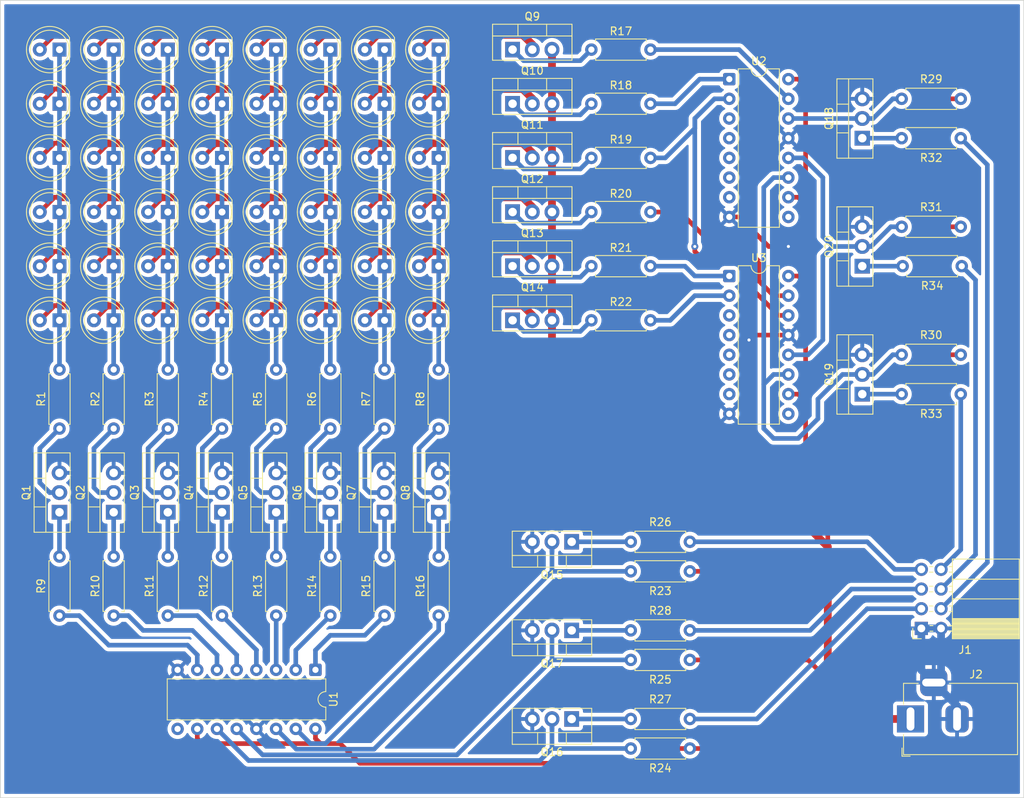
<source format=kicad_pcb>
(kicad_pcb (version 20241229) (generator "pcbnew") (generator_version "9.0")
  (layers (0 "F.Cu" signal "Front") (2 "B.Cu" signal "Back") (13 "F.Paste" user) (15 "B.Paste" user) (5 "F.SilkS" user "F.Silkscreen") (7 "B.SilkS" user "B.Silkscreen") (1 "F.Mask" user) (3 "B.Mask" user) (25 "Edge.Cuts" user))
  (net 0 "")
  (net 1 "Net-(D1-K)")
  (net 2 "Net-(D1-A)")
  (net 3 "Net-(D10-K)")
  (net 4 "Net-(D11-K)")
  (net 5 "Net-(D12-K)")
  (net 6 "Net-(D13-K)")
  (net 7 "Net-(D14-K)")
  (net 8 "Net-(D15-K)")
  (net 9 "Net-(D16-K)")
  (net 10 "Net-(D10-A)")
  (net 11 "Net-(D17-A)")
  (net 12 "Net-(D33-A)")
  (net 13 "RowDataIn_n")
  (net 14 "ShiftRowData_n")
  (net 15 "ApplyNewRow_n")
  (net 16 "ApplyNewRowStrobe_n")
  (net 17 "ShiftRowStrobe_n")
  (net 18 "RowStrobeIn_n")
  (net 19 "Net-(Q1-G)")
  (net 20 "Net-(Q1-D)")
  (net 21 "GND")
  (net 22 "Net-(Q2-G)")
  (net 23 "Net-(Q2-D)")
  (net 24 "Net-(Q3-G)")
  (net 25 "Net-(Q3-D)")
  (net 26 "Net-(Q4-G)")
  (net 27 "Net-(Q4-D)")
  (net 28 "Net-(Q5-G)")
  (net 29 "Net-(Q5-D)")
  (net 30 "Net-(Q6-G)")
  (net 31 "Net-(Q6-D)")
  (net 32 "Net-(Q7-G)")
  (net 33 "Net-(Q7-D)")
  (net 34 "Net-(Q8-G)")
  (net 35 "Net-(Q8-D)")
  (net 36 "Net-(Q9-G)")
  (net 37 "+5V")
  (net 38 "Net-(Q10-G)")
  (net 39 "Net-(Q11-G)")
  (net 40 "Net-(Q12-G)")
  (net 41 "Net-(Q13-G)")
  (net 42 "Net-(Q14-G)")
  (net 43 "Net-(Q15-G)")
  (net 44 "Net-(Q15-D)")
  (net 45 "Net-(Q16-G)")
  (net 46 "Net-(Q16-D)")
  (net 47 "Net-(Q17-G)")
  (net 48 "Net-(Q17-D)")
  (net 49 "Net-(Q18-G)")
  (net 50 "Net-(Q18-D)")
  (net 51 "Net-(Q19-G)")
  (net 52 "Net-(Q19-D)")
  (net 53 "Net-(Q20-G)")
  (net 54 "Net-(Q20-D)")
  (net 68 "Net-(U3-QC)")
  (net 69 "Net-(U3-QB)")
  (net 70 "Net-(U3-QA)")
  (net 71 "Net-(U2-QC)")
  (net 72 "Net-(U2-QB)")
  (net 73 "Net-(U2-QA)")
  (net 74 "Net-(U1-QA)")
  (net 75 "Net-(U1-QB)")
  (net 76 "Net-(U1-QC)")
  (net 77 "Net-(U1-QD)")
  (net 78 "Net-(U1-QE)")
  (net 79 "Net-(U1-QF)")
  (net 80 "Net-(U1-QG)")
  (net 81 "Net-(U1-QH)")
  (net 82 "Net-(D25-A)")
  (net 83 "Net-(D41-A)")
  (footprint "LED_THT:LED_D5.0mm" (layer "F.Cu") (at 110.49 78.105 180)
    (property "Reference" "D47" (hide yes))
    (property "Value" "LED")
  )
  (footprint "Resistor_THT:R_Axial_DIN0207_L6.3mm_D2.5mm_P7.62mm_Horizontal" (layer "F.Cu") (at 177.165 87.63)
    (property "Reference" "R33")
    (property "Value" "1K")
  )
  (footprint "Package_TO_SOT_THT:TO-220-3_Vertical" (layer "F.Cu") (at 127 64.135)
    (property "Reference" "Q12")
    (property "Value" "IRF4905")
  )
  (footprint "Package_TO_SOT_THT:TO-220-3_Vertical" (layer "F.Cu") (at 82.55 102.87 90)
    (property "Reference" "Q3")
    (property "Value" "IRLZ44N")
  )
  (footprint "Resistor_THT:R_Axial_DIN0207_L6.3mm_D2.5mm_P7.62mm_Horizontal" (layer "F.Cu") (at 68.58 92.075 90)
    (property "Reference" "R1")
    (property "Value" "66R")
  )
  (footprint "LED_THT:LED_D5.0mm" (layer "F.Cu") (at 117.475 64.135 180)
    (property "Reference" "D32" (hide yes))
    (property "Value" "LED")
  )
  (footprint "LED_THT:LED_D5.0mm" (layer "F.Cu") (at 82.55 43.18 180)
    (property "Reference" "D3" (hide yes))
    (property "Value" "LED")
  )
  (footprint "Resistor_THT:R_Axial_DIN0207_L6.3mm_D2.5mm_P7.62mm_Horizontal" (layer "F.Cu") (at 177.165 82.55)
    (property "Reference" "R30")
    (property "Value" "1K")
  )
  (footprint "LED_THT:LED_D5.0mm" (layer "F.Cu") (at 89.535 78.105 180)
    (property "Reference" "D44" (hide yes))
    (property "Value" "LED")
  )
  (footprint "Package_TO_SOT_THT:TO-220-3_Vertical" (layer "F.Cu") (at 96.52 102.87 90)
    (property "Reference" "Q5")
    (property "Value" "IRLZ44N")
  )
  (footprint "Package_TO_SOT_THT:TO-220-3_Vertical" (layer "F.Cu") (at 75.565 102.87 90)
    (property "Reference" "Q2")
    (property "Value" "IRLZ44N")
  )
  (footprint "LED_THT:LED_D5.0mm" (layer "F.Cu") (at 96.52 64.135 180)
    (property "Reference" "D29" (hide yes))
    (property "Value" "LED")
  )
  (footprint "LED_THT:LED_D5.0mm" (layer "F.Cu") (at 117.475 71.12 180)
    (property "Reference" "D40" (hide yes))
    (property "Value" "LED")
  )
  (footprint "Resistor_THT:R_Axial_DIN0207_L6.3mm_D2.5mm_P7.62mm_Horizontal" (layer "F.Cu") (at 137.16 64.135)
    (property "Reference" "R20")
    (property "Value" "1K")
  )
  (footprint "Resistor_THT:R_Axial_DIN0207_L6.3mm_D2.5mm_P7.62mm_Horizontal" (layer "F.Cu") (at 177.165 54.61)
    (property "Reference" "R32")
    (property "Value" "1K")
  )
  (footprint "LED_THT:LED_D5.0mm" (layer "F.Cu") (at 96.515 71.12 180)
    (property "Reference" "D37" (hide yes))
    (property "Value" "LED")
  )
  (footprint "Package_TO_SOT_THT:TO-220-3_Vertical" (layer "F.Cu") (at 89.535 102.87 90)
    (property "Reference" "Q4")
    (property "Value" "IRLZ44N")
  )
  (footprint "Resistor_THT:R_Axial_DIN0207_L6.3mm_D2.5mm_P7.62mm_Horizontal" (layer "F.Cu") (at 142.24 133.35)
    (property "Reference" "R24")
    (property "Value" "1K")
  )
  (footprint "Resistor_THT:R_Axial_DIN0207_L6.3mm_D2.5mm_P7.62mm_Horizontal" (layer "F.Cu") (at 142.24 118.11)
    (property "Reference" "R28")
    (property "Value" "1K")
  )
  (footprint "Package_TO_SOT_THT:TO-220-3_Vertical" (layer "F.Cu") (at 110.49 102.87 90)
    (property "Reference" "Q7")
    (property "Value" "IRLZ44N")
  )
  (footprint "LED_THT:LED_D5.0mm" (layer "F.Cu") (at 82.55 78.105 180)
    (property "Reference" "D43" (hide yes))
    (property "Value" "LED")
  )
  (footprint "Resistor_THT:R_Axial_DIN0207_L6.3mm_D2.5mm_P7.62mm_Horizontal" (layer "F.Cu") (at 142.24 110.49)
    (property "Reference" "R23")
    (property "Value" "1K")
  )
  (footprint "Package_TO_SOT_THT:TO-220-3_Vertical" (layer "F.Cu") (at 134.62 106.68 180)
    (property "Reference" "Q15")
    (property "Value" "IRLZ44N")
  )
  (footprint "LED_THT:LED_D5.0mm" (layer "F.Cu") (at 75.56 64.135 180)
    (property "Reference" "D26" (hide yes))
    (property "Value" "LED")
  )
  (footprint "Package_TO_SOT_THT:TO-220-3_Vertical" (layer "F.Cu") (at 134.62 129.54 180)
    (property "Reference" "Q16")
    (property "Value" "IRLZ44N")
  )
  (footprint "Package_TO_SOT_THT:TO-220-3_Vertical" (layer "F.Cu") (at 68.58 102.87 90)
    (property "Reference" "Q1")
    (property "Value" "IRLZ44N")
  )
  (footprint "LED_THT:LED_D5.0mm" (layer "F.Cu") (at 82.55 64.135 180)
    (property "Reference" "D27" (hide yes))
    (property "Value" "LED")
  )
  (footprint "LED_THT:LED_D5.0mm" (layer "F.Cu") (at 96.515 50.165 180)
    (property "Reference" "D13" (hide yes))
    (property "Value" "LED")
  )
  (footprint "LED_THT:LED_D5.0mm" (layer "F.Cu") (at 89.53 57.15 180)
    (property "Reference" "D20" (hide yes))
    (property "Value" "LED")
  )
  (footprint "Resistor_THT:R_Axial_DIN0207_L6.3mm_D2.5mm_P7.62mm_Horizontal" (layer "F.Cu") (at 177.165 49.53)
    (property "Reference" "R29")
    (property "Value" "1K")
  )
  (footprint "LED_THT:LED_D5.0mm" (layer "F.Cu") (at 110.485 43.18 180)
    (property "Reference" "D7" (hide yes))
    (property "Value" "LED")
  )
  (footprint "Resistor_THT:R_Axial_DIN0207_L6.3mm_D2.5mm_P7.62mm_Horizontal" (layer "F.Cu") (at 142.24 121.92)
    (property "Reference" "R25")
    (property "Value" "1K")
  )
  (footprint "LED_THT:LED_D5.0mm" (layer "F.Cu") (at 68.58 71.12 180)
    (property "Reference" "D33" (hide yes))
    (property "Value" "LED")
  )
  (footprint "LED_THT:LED_D5.0mm" (layer "F.Cu") (at 117.475 57.15 180)
    (property "Reference" "D24" (hide yes))
    (property "Value" "LED")
  )
  (footprint "LED_THT:LED_D5.0mm" (layer "F.Cu") (at 103.505 78.105 180)
    (property "Reference" "D46" (hide yes))
    (property "Value" "LED")
  )
  (footprint "LED_THT:LED_D5.0mm" (layer "F.Cu") (at 75.56 50.165 180)
    (property "Reference" "D10" (hide yes))
    (property "Value" "LED")
  )
  (footprint "LED_THT:LED_D5.0mm" (layer "F.Cu") (at 117.475 50.165 180)
    (property "Reference" "D16" (hide yes))
    (property "Value" "LED")
  )
  (footprint "Package_TO_SOT_THT:TO-220-3_Vertical" (layer "F.Cu") (at 127 43.18)
    (property "Reference" "Q9")
    (property "Value" "IRF4905")
  )
  (footprint "LED_THT:LED_D5.0mm" (layer "F.Cu") (at 82.545 57.15 180)
    (property "Reference" "D19" (hide yes))
    (property "Value" "LED")
  )
  (footprint "LED_THT:LED_D5.0mm" (layer "F.Cu") (at 75.56 78.105 180)
    (property "Reference" "D42" (hide yes))
    (property "Value" "LED")
  )
  (footprint "LED_THT:LED_D5.0mm" (layer "F.Cu") (at 103.5 50.165 180)
    (property "Reference" "D14" (hide yes))
    (property "Value" "LED")
  )
  (footprint "Resistor_THT:R_Axial_DIN0207_L6.3mm_D2.5mm_P7.62mm_Horizontal" (layer "F.Cu") (at 96.52 92.075 90)
    (property "Reference" "R5")
    (property "Value" "66R")
  )
  (footprint "LED_THT:LED_D5.0mm" (layer "F.Cu") (at 96.52 78.105 180)
    (property "Reference" "D45" (hide yes))
    (property "Value" "LED")
  )
  (footprint "LED_THT:LED_D5.0mm" (layer "F.Cu") (at 117.475 78.105 180)
    (property "Reference" "D48" (hide yes))
    (property "Value" "LED")
  )
  (footprint "Resistor_THT:R_Axial_DIN0207_L6.3mm_D2.5mm_P7.62mm_Horizontal" (layer "F.Cu") (at 110.49 116.205 90)
    (property "Reference" "R15")
    (property "Value" "1K")
  )
  (footprint "LED_THT:LED_D5.0mm" (layer "F.Cu") (at 68.575 50.165 180)
    (property "Reference" "D9" (hide yes))
    (property "Value" "LED")
  )
  (footprint "LED_THT:LED_D5.0mm" (layer "F.Cu") (at 96.515 43.18 180)
    (property "Reference" "D5" (hide yes))
    (property "Value" "LED")
  )
  (footprint "LED_THT:LED_D5.0mm" (layer "F.Cu") (at 68.58 57.15 180)
    (property "Reference" "D17" (hide yes))
    (property "Value" "LED")
  )
  (footprint "Package_DIP:DIP-16_W7.62mm" (layer "F.Cu") (at 154.94 72.39)
    (property "Reference" "U3")
    (property "Value" "74HC595")
  )
  (footprint "Connector_PinSocket_2.54mm:PinSocket_2x04_P2.54mm_Horizontal" (layer "F.Cu") (at 179.705 117.856 180)
    (property "Reference" "J1")
    (property "Value" "TO FPGA")
  )
  (footprint "Resistor_THT:R_Axial_DIN0207_L6.3mm_D2.5mm_P7.62mm_Horizontal" (layer "F.Cu") (at 110.49 92.075 90)
    (property "Reference" "R7")
    (property "Value" "66R")
  )
  (footprint "Package_DIP:DIP-16_W7.62mm" (layer "F.Cu") (at 101.585 123.2 -90)
    (property "Reference" "U1")
    (property "Value" "74HC595")
  )
  (footprint "Resistor_THT:R_Axial_DIN0207_L6.3mm_D2.5mm_P7.62mm_Horizontal" (layer "F.Cu") (at 137.16 71.12)
    (property "Reference" "R21")
    (property "Value" "1K")
  )
  (footprint "Package_TO_SOT_THT:TO-220-3_Vertical" (layer "F.Cu") (at 172.085 71.12 90)
    (property "Reference" "Q20")
    (property "Value" "IRLZ44N")
  )
  (footprint "Resistor_THT:R_Axial_DIN0207_L6.3mm_D2.5mm_P7.62mm_Horizontal" (layer "F.Cu") (at 82.55 116.205 90)
    (property "Reference" "R11")
    (property "Value" "1K")
  )
  (footprint "Resistor_THT:R_Axial_DIN0207_L6.3mm_D2.5mm_P7.62mm_Horizontal" (layer "F.Cu") (at 137.16 78.105)
    (property "Reference" "R22")
    (property "Value" "1K")
  )
  (footprint "Package_TO_SOT_THT:TO-220-3_Vertical" (layer "F.Cu") (at 127 50.165)
    (property "Reference" "Q10")
    (property "Value" "IRF4905")
  )
  (footprint "Package_TO_SOT_THT:TO-220-3_Vertical" (layer "F.Cu") (at 127 71.12)
    (property "Reference" "Q13")
    (property "Value" "IRF4905")
  )
  (footprint "Resistor_THT:R_Axial_DIN0207_L6.3mm_D2.5mm_P7.62mm_Horizontal" (layer "F.Cu") (at 177.165 66.04)
    (property "Reference" "R31")
    (property "Value" "1K")
  )
  (footprint "Package_TO_SOT_THT:TO-220-3_Vertical" (layer "F.Cu") (at 172.085 87.63 90)
    (property "Reference" "Q19")
    (property "Value" "IRLZ44N")
  )
  (footprint "Resistor_THT:R_Axial_DIN0207_L6.3mm_D2.5mm_P7.62mm_Horizontal" (layer "F.Cu") (at 103.505 92.075 90)
    (property "Reference" "R6")
    (property "Value" "66R")
  )
  (footprint "Resistor_THT:R_Axial_DIN0207_L6.3mm_D2.5mm_P7.62mm_Horizontal" (layer "F.Cu") (at 89.535 116.205 90)
    (property "Reference" "R12")
    (property "Value" "1K")
  )
  (footprint "LED_THT:LED_D5.0mm" (layer "F.Cu") (at 89.535 64.135 180)
    (property "Reference" "D28" (hide yes))
    (property "Value" "LED")
  )
  (footprint "LED_THT:LED_D5.0mm" (layer "F.Cu") (at 68.58 64.135 180)
    (property "Reference" "D25" (hide yes))
    (property "Value" "LED")
  )
  (footprint "LED_THT:LED_D5.0mm" (layer "F.Cu") (at 75.56 71.12 180)
    (property "Reference" "D34" (hide yes))
    (property "Value" "LED")
  )
  (footprint "LED_THT:LED_D5.0mm" (layer "F.Cu") (at 89.535 71.12 180)
    (property "Reference" "D36" (hide yes))
    (property "Value" "LED")
  )
  (footprint "Package_TO_SOT_THT:TO-220-3_Vertical" (layer "F.Cu") (at 134.62 118.11 180)
    (property "Reference" "Q17")
    (property "Value" "IRLZ44N")
  )
  (footprint "Resistor_THT:R_Axial_DIN0207_L6.3mm_D2.5mm_P7.62mm_Horizontal" (layer "F.Cu") (at 177.292 71.12)
    (property "Reference" "R34")
    (property "Value" "1K")
  )
  (footprint "Connector_BarrelJack:BarrelJack_Horizontal" (layer "F.Cu") (at 178.308 129.54 180)
    (property "Reference" "J2")
    (property "Value" "+5V IN")
  )
  (footprint "Resistor_THT:R_Axial_DIN0207_L6.3mm_D2.5mm_P7.62mm_Horizontal" (layer "F.Cu") (at 137.16 57.15)
    (property "Reference" "R19")
    (property "Value" "1K")
  )
  (footprint "LED_THT:LED_D5.0mm" (layer "F.Cu") (at 110.485 50.165 180)
    (property "Reference" "D15" (hide yes))
    (property "Value" "LED")
  )
  (footprint "LED_THT:LED_D5.0mm" (layer "F.Cu") (at 89.535 43.18 180)
    (property "Reference" "D4" (hide yes))
    (property "Value" "LED")
  )
  (footprint "Resistor_THT:R_Axial_DIN0207_L6.3mm_D2.5mm_P7.62mm_Horizontal" (layer "F.Cu") (at 68.58 116.205 90)
    (property "Reference" "R9")
    (property "Value" "1K")
  )
  (footprint "LED_THT:LED_D5.0mm" (layer "F.Cu") (at 82.55 71.12 180)
    (property "Reference" "D35" (hide yes))
    (property "Value" "LED")
  )
  (footprint "LED_THT:LED_D5.0mm" (layer "F.Cu") (at 110.49 57.15 180)
    (property "Reference" "D23" (hide yes))
    (property "Value" "LED")
  )
  (footprint "LED_THT:LED_D5.0mm" (layer "F.Cu") (at 103.505 71.12 180)
    (property "Reference" "D38" (hide yes))
    (property "Value" "LED")
  )
  (footprint "LED_THT:LED_D5.0mm" (layer "F.Cu") (at 89.535 50.165 180)
    (property "Reference" "D12" (hide yes))
    (property "Value" "LED")
  )
  (footprint "LED_THT:LED_D5.0mm" (layer "F.Cu") (at 103.5 43.18 180)
    (property "Reference" "D6" (hide yes))
    (property "Value" "LED")
  )
  (footprint "LED_THT:LED_D5.0mm" (layer "F.Cu") (at 75.565 57.15 180)
    (property "Reference" "D18" (hide yes))
    (property "Value" "LED")
  )
  (footprint "Resistor_THT:R_Axial_DIN0207_L6.3mm_D2.5mm_P7.62mm_Horizontal" (layer "F.Cu") (at 142.24 129.54)
    (property "Reference" "R27")
    (property "Value" "1K")
  )
  (footprint "Resistor_THT:R_Axial_DIN0207_L6.3mm_D2.5mm_P7.62mm_Horizontal" (layer "F.Cu") (at 117.475 116.205 90)
    (property "Reference" "R16")
    (property "Value" "1K")
  )
  (footprint "Package_TO_SOT_THT:TO-220-3_Vertical" (layer "F.Cu") (at 127 78.105)
    (property "Reference" "Q14")
    (property "Value" "IRF4905")
  )
  (footprint "Resistor_THT:R_Axial_DIN0207_L6.3mm_D2.5mm_P7.62mm_Horizontal" (layer "F.Cu") (at 117.475 92.075 90)
    (property "Reference" "R8")
    (property "Value" "66R")
  )
  (footprint "LED_THT:LED_D5.0mm" (layer "F.Cu") (at 103.505 64.135 180)
    (property "Reference" "D30" (hide yes))
    (property "Value" "LED")
  )
  (footprint "Package_TO_SOT_THT:TO-220-3_Vertical" (layer "F.Cu") (at 117.475 102.87 90)
    (property "Reference" "Q8")
    (property "Value" "IRLZ44N")
  )
  (footprint "Package_TO_SOT_THT:TO-220-3_Vertical" (layer "F.Cu") (at 103.505 102.87 90)
    (property "Reference" "Q6")
    (property "Value" "IRLZ44N")
  )
  (footprint "LED_THT:LED_D5.0mm" (layer "F.Cu") (at 75.565 43.18 180)
    (property "Reference" "D2" (hide yes))
    (property "Value" "LED")
  )
  (footprint "LED_THT:LED_D5.0mm" (layer "F.Cu") (at 68.58 78.105 180)
    (property "Reference" "D41" (hide yes))
    (property "Value" "LED")
  )
  (footprint "Package_TO_SOT_THT:TO-220-3_Vertical" (layer "F.Cu") (at 172.085 54.61 90)
    (property "Reference" "Q18")
    (property "Value" "IRLZ44N")
  )
  (footprint "Resistor_THT:R_Axial_DIN0207_L6.3mm_D2.5mm_P7.62mm_Horizontal" (layer "F.Cu") (at 142.24 106.68)
    (property "Reference" "R26")
    (property "Value" "1K")
  )
  (footprint "LED_THT:LED_D5.0mm" (layer "F.Cu") (at 68.58 43.18 180)
    (property "Reference" "D1" (hide yes))
    (property "Value" "LED")
  )
  (footprint "LED_THT:LED_D5.0mm" (layer "F.Cu") (at 110.49 64.135 180)
    (property "Reference" "D31" (hide yes))
    (property "Value" "LED")
  )
  (footprint "LED_THT:LED_D5.0mm" (layer "F.Cu") (at 82.55 50.165 180)
    (property "Reference" "D11" (hide yes))
    (property "Value" "LED")
  )
  (footprint "Package_TO_SOT_THT:TO-220-3_Vertical" (layer "F.Cu") (at 127 57.15)
    (property "Reference" "Q11")
    (property "Value" "IRF4905")
  )
  (footprint "Resistor_THT:R_Axial_DIN0207_L6.3mm_D2.5mm_P7.62mm_Horizontal" (layer "F.Cu") (at 75.565 116.205 90)
    (property "Reference" "R10")
    (property "Value" "1K")
  )
  (footprint "LED_THT:LED_D5.0mm" (layer "F.Cu") (at 110.485 71.12 180)
    (property "Reference" "D39" (hide yes))
    (property "Value" "LED")
  )
  (footprint "Resistor_THT:R_Axial_DIN0207_L6.3mm_D2.5mm_P7.62mm_Horizontal" (layer "F.Cu") (at 137.16 50.165)
    (property "Reference" "R18")
    (property "Value" "1K")
  )
  (footprint "LED_THT:LED_D5.0mm" (layer "F.Cu") (at 117.475 43.18 180)
    (property "Reference" "D8" (hide yes))
    (property "Value" "LED")
  )
  (footprint "Resistor_THT:R_Axial_DIN0207_L6.3mm_D2.5mm_P7.62mm_Horizontal" (layer "F.Cu") (at 75.565 92.075 90)
    (property "Reference" "R2")
    (property "Value" "66R")
  )
  (footprint "LED_THT:LED_D5.0mm" (layer "F.Cu") (at 103.505 57.15 180)
    (property "Reference" "D22" (hide yes))
    (property "Value" "LED")
  )
  (footprint "Resistor_THT:R_Axial_DIN0207_L6.3mm_D2.5mm_P7.62mm_Horizontal" (layer "F.Cu") (at 137.16 43.18)
    (property "Reference" "R17")
    (property "Value" "1K")
  )
  (footprint "Resistor_THT:R_Axial_DIN0207_L6.3mm_D2.5mm_P7.62mm_Horizontal" (layer "F.Cu") (at 82.55 92.075 90)
    (property "Reference" "R3")
    (property "Value" "66R")
  )
  (footprint "Resistor_THT:R_Axial_DIN0207_L6.3mm_D2.5mm_P7.62mm_Horizontal" (layer "F.Cu") (at 103.505 116.205 90)
    (property "Reference" "R14")
    (property "Value" "1K")
  )
  (footprint "LED_THT:LED_D5.0mm" (layer "F.Cu") (at 96.515 57.15 180)
    (property "Reference" "D21" (hide yes))
    (property "Value" "LED")
  )
  (footprint "Resistor_THT:R_Axial_DIN0207_L6.3mm_D2.5mm_P7.62mm_Horizontal" (layer "F.Cu") (at 89.535 92.075 90)
    (property "Reference" "R4")
    (property "Value" "66R")
  )
  (footprint "Package_DIP:DIP-16_W7.62mm" (layer "F.Cu") (at 154.94 46.99)
    (property "Reference" "U2")
    (property "Value" "74HC595")
  )
  (footprint "Resistor_THT:R_Axial_DIN0207_L6.3mm_D2.5mm_P7.62mm_Horizontal" (layer "F.Cu") (at 96.52 116.205 90)
    (property "Reference" "R13")
    (property "Value" "1K")
  )
  (gr_rect (start 60.96 36.83) (end 192.913 139.7) (stroke (width 0.1)) (fill no) (layer "Edge.Cuts"))
  (segment (start 68.58 43.18) (end 68.58 84.455) (width 0.6) (layer "B.Cu") (net 1))
  (segment (start 102.87 41.275) (end 95.885 41.275) (width 1) (layer "F.Cu") (net 2))
  (segment (start 67.945 41.275) (end 68.58 41.275) (width 0.6) (layer "F.Cu") (net 2))
  (segment (start 88.9 41.275) (end 81.915 41.275) (width 1) (layer "F.Cu") (net 2))
  (segment (start 116.84 41.275) (end 109.855 41.275) (width 1) (layer "F.Cu") (net 2))
  (segment (start 102.865 41.275) (end 102.87 41.275) (width 0.6) (layer "F.Cu") (net 2))
  (segment (start 128.3015 41.275) (end 116.84 41.275) (width 1) (layer "F.Cu") (net 2))
  (segment (start 114.935 43.18) (end 116.84 41.275) (width 0.6) (layer "F.Cu") (net 2))
  (segment (start 95.88 41.275) (end 95.885 41.275) (width 0.6) (layer "F.Cu") (net 2))
  (segment (start 129.54 43.18) (end 129.54 42.5135) (width 1) (layer "F.Cu") (net 2))
  (segment (start 109.855 41.275) (end 102.87 41.275) (width 1) (layer "F.Cu") (net 2))
  (segment (start 86.995 43.18) (end 88.9 41.275) (width 0.6) (layer "F.Cu") (net 2))
  (segment (start 100.96 43.18) (end 102.865 41.275) (width 0.6) (layer "F.Cu") (net 2))
  (segment (start 66.04 43.18) (end 67.945 41.275) (width 0.6) (layer "F.Cu") (net 2))
  (segment (start 74.93 41.275) (end 68.58 41.275) (width 1) (layer "F.Cu") (net 2))
  (segment (start 95.885 41.275) (end 88.9 41.275) (width 1) (layer "F.Cu") (net 2))
  (segment (start 109.85 41.275) (end 109.855 41.275) (width 0.6) (layer "F.Cu") (net 2))
  (segment (start 80.01 43.18) (end 81.915 41.275) (width 0.6) (layer "F.Cu") (net 2))
  (segment (start 81.915 41.275) (end 74.93 41.275) (width 1) (layer "F.Cu") (net 2))
  (segment (start 129.54 42.5135) (end 128.3015 41.275) (width 1) (layer "F.Cu") (net 2))
  (segment (start 107.945 43.18) (end 109.85 41.275) (width 0.6) (layer "F.Cu") (net 2))
  (segment (start 73.025 43.18) (end 74.93 41.275) (width 0.6) (layer "F.Cu") (net 2))
  (segment (start 93.975 43.18) (end 95.88 41.275) (width 0.6) (layer "F.Cu") (net 2))
  (segment (start 75.565 43.18) (end 75.565 84.455) (width 0.6) (layer "B.Cu") (net 3))
  (segment (start 82.55 43.18) (end 82.55 84.455) (width 0.6) (layer "B.Cu") (net 4))
  (segment (start 89.535 43.18) (end 89.535 84.455) (width 0.6) (layer "B.Cu") (net 5))
  (segment (start 96.515 43.18) (end 96.515 84.45) (width 0.6) (layer "B.Cu") (net 6))
  (segment (start 96.515 84.45) (end 96.52 84.455) (width 0.6) (layer "B.Cu") (net 6))
  (segment (start 103.5 43.18) (end 103.5 84.45) (width 0.6) (layer "B.Cu") (net 7))
  (segment (start 103.5 84.45) (end 103.505 84.455) (width 0.6) (layer "B.Cu") (net 7))
  (segment (start 110.485 84.45) (end 110.49 84.455) (width 0.6) (layer "B.Cu") (net 8))
  (segment (start 110.485 43.18) (end 110.485 84.45) (width 0.6) (layer "B.Cu") (net 8))
  (segment (start 117.475 43.18) (end 117.475 84.455) (width 0.6) (layer "B.Cu") (net 9))
  (segment (start 86.995 50.165) (end 88.9 48.26) (width 0.6) (layer "F.Cu") (net 10))
  (segment (start 107.945 50.165) (end 109.85 48.26) (width 0.6) (layer "F.Cu") (net 10))
  (segment (start 66.035 50.165) (end 67.94 48.26) (width 0.6) (layer "F.Cu") (net 10))
  (segment (start 102.865 48.26) (end 102.87 48.26) (width 0.6) (layer "F.Cu") (net 10))
  (segment (start 128.3015 48.26) (end 116.84 48.26) (width 1) (layer "F.Cu") (net 10))
  (segment (start 100.96 50.165) (end 102.865 48.26) (width 0.6) (layer "F.Cu") (net 10))
  (segment (start 73.02 50.165) (end 73.025 50.165) (width 0.6) (layer "F.Cu") (net 10))
  (segment (start 114.935 50.165) (end 116.84 48.26) (width 0.6) (layer "F.Cu") (net 10))
  (segment (start 81.915 48.26) (end 74.93 48.26) (width 1) (layer "F.Cu") (net 10))
  (segment (start 102.87 48.26) (end 95.885 48.26) (width 1) (layer "F.Cu") (net 10))
  (segment (start 73.025 50.165) (end 74.93 48.26) (width 0.6) (layer "F.Cu") (net 10))
  (segment (start 129.54 50.165) (end 129.54 49.4985) (width 1) (layer "F.Cu") (net 10))
  (segment (start 88.9 48.26) (end 81.915 48.26) (width 1) (layer "F.Cu") (net 10))
  (segment (start 109.855 48.26) (end 102.87 48.26) (width 1) (layer "F.Cu") (net 10))
  (segment (start 67.94 48.26) (end 68.58 48.26) (width 0.6) (layer "F.Cu") (net 10))
  (segment (start 80.01 50.165) (end 81.915 48.26) (width 0.6) (layer "F.Cu") (net 10))
  (segment (start 95.885 48.26) (end 88.9 48.26) (width 1) (layer "F.Cu") (net 10))
  (segment (start 93.975 50.165) (end 95.88 48.26) (width 0.6) (layer "F.Cu") (net 10))
  (segment (start 74.93 48.26) (end 68.58 48.26) (width 1) (layer "F.Cu") (net 10))
  (segment (start 109.85 48.26) (end 109.855 48.26) (width 0.6) (layer "F.Cu") (net 10))
  (segment (start 95.88 48.26) (end 95.885 48.26) (width 0.6) (layer "F.Cu") (net 10))
  (segment (start 116.84 48.26) (end 109.855 48.26) (width 1) (layer "F.Cu") (net 10))
  (segment (start 129.54 49.4985) (end 128.3015 48.26) (width 1) (layer "F.Cu") (net 10))
  (segment (start 93.975 57.15) (end 95.88 55.245) (width 0.6) (layer "F.Cu") (net 11))
  (segment (start 86.995 57.15) (end 88.9 55.245) (width 0.6) (layer "F.Cu") (net 11))
  (segment (start 129.54 57.15) (end 129.54 56.4835) (width 1) (layer "F.Cu") (net 11))
  (segment (start 74.93 55.245) (end 68.58 55.245) (width 1) (layer "F.Cu") (net 11))
  (segment (start 102.87 55.245) (end 95.885 55.245) (width 1) (layer "F.Cu") (net 11))
  (segment (start 114.935 57.15) (end 116.84 55.245) (width 0.6) (layer "F.Cu") (net 11))
  (segment (start 80.005 57.15) (end 81.91 55.245) (width 0.6) (layer "F.Cu") (net 11))
  (segment (start 73.025 57.15) (end 74.93 55.245) (width 0.6) (layer "F.Cu") (net 11))
  (segment (start 128.3015 55.245) (end 116.84 55.245) (width 1) (layer "F.Cu") (net 11))
  (segment (start 107.95 57.15) (end 109.855 55.245) (width 0.6) (layer "F.Cu") (net 11))
  (segment (start 129.54 56.4835) (end 128.3015 55.245) (width 1) (layer "F.Cu") (net 11))
  (segment (start 86.99 57.15) (end 86.995 57.15) (width 0.6) (layer "F.Cu") (net 11))
  (segment (start 67.945 55.245) (end 68.58 55.245) (width 0.6) (layer "F.Cu") (net 11))
  (segment (start 95.885 55.245) (end 88.9 55.245) (width 1) (layer "F.Cu") (net 11))
  (segment (start 81.915 55.245) (end 74.93 55.245) (width 1) (layer "F.Cu") (net 11))
  (segment (start 100.965 57.15) (end 102.87 55.245) (width 0.6) (layer "F.Cu") (net 11))
  (segment (start 81.91 55.245) (end 81.915 55.245) (width 0.6) (layer "F.Cu") (net 11))
  (segment (start 95.88 55.245) (end 95.885 55.245) (width 0.6) (layer "F.Cu") (net 11))
  (segment (start 116.84 55.245) (end 109.855 55.245) (width 1) (layer "F.Cu") (net 11))
  (segment (start 109.855 55.245) (end 102.87 55.245) (width 1) (layer "F.Cu") (net 11))
  (segment (start 88.9 55.245) (end 81.915 55.245) (width 1) (layer "F.Cu") (net 11))
  (segment (start 66.04 57.15) (end 67.945 55.245) (width 0.6) (layer "F.Cu") (net 11))
  (segment (start 95.88 69.215) (end 95.885 69.215) (width 0.6) (layer "F.Cu") (net 12))
  (segment (start 116.84 69.215) (end 109.855 69.215) (width 1) (layer "F.Cu") (net 12))
  (segment (start 93.975 71.12) (end 95.88 69.215) (width 0.6) (layer "F.Cu") (net 12))
  (segment (start 80.01 71.12) (end 81.915 69.215) (width 0.6) (layer "F.Cu") (net 12))
  (segment (start 74.93 69.215) (end 68.58 69.215) (width 1) (layer "F.Cu") (net 12))
  (segment (start 81.915 69.215) (end 74.93 69.215) (width 1) (layer "F.Cu") (net 12))
  (segment (start 109.855 69.215) (end 102.87 69.215) (width 1) (layer "F.Cu") (net 12))
  (segment (start 109.85 69.215) (end 109.855 69.215) (width 0.6) (layer "F.Cu") (net 12))
  (segment (start 102.87 69.215) (end 95.885 69.215) (width 1) (layer "F.Cu") (net 12))
  (segment (start 86.995 71.12) (end 88.9 69.215) (width 0.6) (layer "F.Cu") (net 12))
  (segment (start 100.965 71.12) (end 102.87 69.215) (width 0.6) (layer "F.Cu") (net 12))
  (segment (start 129.54 70.4535) (end 128.3015 69.215) (width 1) (layer "F.Cu") (net 12))
  (segment (start 74.925 69.215) (end 74.93 69.215) (width 0.6) (layer "F.Cu") (net 12))
  (segment (start 107.945 71.12) (end 109.85 69.215) (width 0.6) (layer "F.Cu") (net 12))
  (segment (start 128.3015 69.215) (end 116.84 69.215) (width 1) (layer "F.Cu") (net 12))
  (segment (start 95.885 69.215) (end 88.9 69.215) (width 1) (layer "F.Cu") (net 12))
  (segment (start 88.9 69.215) (end 81.915 69.215) (width 1) (layer "F.Cu") (net 12))
  (segment (start 66.04 71.12) (end 67.945 69.215) (width 0.6) (layer "F.Cu") (net 12))
  (segment (start 67.945 69.215) (end 68.58 69.215) (width 0.6) (layer "F.Cu") (net 12))
  (segment (start 129.54 71.12) (end 129.54 70.4535) (width 1) (layer "F.Cu") (net 12))
  (segment (start 114.935 71.12) (end 116.84 69.215) (width 0.6) (layer "F.Cu") (net 12))
  (segment (start 73.02 71.12) (end 74.925 69.215) (width 0.6) (layer "F.Cu") (net 12))
  (segment (start 149.86 106.68) (end 172.72 106.68) (width 0.6) (layer "B.Cu") (net 13))
  (segment (start 172.72 106.68) (end 176.276 110.236) (width 0.6) (layer "B.Cu") (net 13))
  (segment (start 179.705 110.236) (end 176.276 110.236) (width 0.6) (layer "B.Cu") (net 13))
  (segment (start 179.705 115.316) (end 172.72 115.316) (width 0.6) (layer "B.Cu") (net 14))
  (segment (start 158.496 129.54) (end 149.86 129.54) (width 0.6) (layer "B.Cu") (net 14))
  (segment (start 172.72 115.316) (end 158.496 129.54) (width 0.6) (layer "B.Cu") (net 14))
  (segment (start 165.354 118.11) (end 149.86 118.11) (width 0.6) (layer "B.Cu") (net 15))
  (segment (start 179.705 112.776) (end 170.688 112.776) (width 0.6) (layer "B.Cu") (net 15))
  (segment (start 170.688 112.776) (end 165.354 118.11) (width 0.6) (layer "B.Cu") (net 15))
  (segment (start 186.69 72.898) (end 186.69 108.331) (width 0.6) (layer "B.Cu") (net 16))
  (segment (start 186.69 108.331) (end 182.245 112.776) (width 0.6) (layer "B.Cu") (net 16))
  (segment (start 184.912 71.12) (end 186.69 72.898) (width 0.6) (layer "B.Cu") (net 16))
  (segment (start 184.785 87.63) (end 184.785 107.696) (width 0.6) (layer "B.Cu") (net 17))
  (segment (start 184.785 107.696) (end 182.245 110.236) (width 0.6) (layer "B.Cu") (net 17))
  (segment (start 184.785 54.61) (end 188.214 58.039) (width 0.6) (layer "B.Cu") (net 18))
  (segment (start 188.214 109.347) (end 182.245 115.316) (width 0.6) (layer "B.Cu") (net 18))
  (segment (start 188.214 58.039) (end 188.214 109.347) (width 0.6) (layer "B.Cu") (net 18))
  (segment (start 68.58 108.585) (end 68.58 102.87) (width 0.6) (layer "B.Cu") (net 19))
  (segment (start 67.31 100.33) (end 68.58 100.33) (width 0.6) (layer "B.Cu") (net 20))
  (segment (start 66.04 94.615) (end 66.04 99.06) (width 0.6) (layer "B.Cu") (net 20))
  (segment (start 66.04 99.06) (end 67.31 100.33) (width 0.6) (layer "B.Cu") (net 20))
  (segment (start 68.58 92.075) (end 66.04 94.615) (width 0.6) (layer "B.Cu") (net 20))
  (segment (start 158.115 80.01) (end 157.48 80.645) (width 0.6) (layer "F.Cu") (net 21))
  (segment (start 162.56 68.58) (end 160.02 68.58) (width 0.6) (layer "F.Cu") (net 21))
  (segment (start 160.02 68.58) (end 156.21 64.77) (width 0.6) (layer "F.Cu") (net 21))
  (segment (start 156.21 64.77) (end 154.94 64.77) (width 0.6) (layer "F.Cu") (net 21))
  (segment (start 162.56 80.01) (end 158.115 80.01) (width 0.6) (layer "F.Cu") (net 21))
  (via (at 157.48 80.645) (size 0.9) (drill 0.4) (layers "F.Cu" "B.Cu") (net 21))
  (via (at 162.56 68.58) (size 0.9) (drill 0.4) (layers "F.Cu" "B.Cu") (net 21))
  (segment (start 184.308 129.54) (end 184.308 127.84) (width 1) (layer "B.Cu") (net 21))
  (segment (start 184.308 127.84) (end 181.308 124.84) (width 1) (layer "B.Cu") (net 21))
  (segment (start 182.245 117.856) (end 179.705 117.856) (width 1) (layer "B.Cu") (net 21))
  (segment (start 179.705 117.856) (end 179.705 123.237) (width 1) (layer "B.Cu") (net 21))
  (segment (start 182.245 123.903) (end 181.308 124.84) (width 1) (layer "B.Cu") (net 21))
  (segment (start 182.245 117.856) (end 182.245 123.903) (width 1) (layer "B.Cu") (net 21))
  (segment (start 179.705 123.237) (end 181.308 124.84) (width 1) (layer "B.Cu") (net 21))
  (segment (start 75.565 108.585) (end 75.565 102.87) (width 0.6) (layer "B.Cu") (net 22))
  (segment (start 73.66 100.33) (end 75.565 100.33) (width 0.6) (layer "B.Cu") (net 23))
  (segment (start 75.565 92.075) (end 73.025 94.615) (width 0.6) (layer "B.Cu") (net 23))
  (segment (start 73.025 94.615) (end 73.025 99.695) (width 0.6) (layer "B.Cu") (net 23))
  (segment (start 73.025 99.695) (end 73.66 100.33) (width 0.6) (layer "B.Cu") (net 23))
  (segment (start 82.55 108.585) (end 82.55 102.87) (width 0.6) (layer "B.Cu") (net 24))
  (segment (start 80.645 100.33) (end 82.55 100.33) (width 0.6) (layer "B.Cu") (net 25))
  (segment (start 80.01 99.695) (end 80.645 100.33) (width 0.6) (layer "B.Cu") (net 25))
  (segment (start 82.55 92.075) (end 80.01 94.615) (width 0.6) (layer "B.Cu") (net 25))
  (segment (start 80.01 94.615) (end 80.01 99.695) (width 0.6) (layer "B.Cu") (net 25))
  (segment (start 89.535 108.585) (end 89.535 102.87) (width 0.6) (layer "B.Cu") (net 26))
  (segment (start 86.995 99.695) (end 87.63 100.33) (width 0.6) (layer "B.Cu") (net 27))
  (segment (start 86.995 94.615) (end 86.995 99.695) (width 0.6) (layer "B.Cu") (net 27))
  (segment (start 87.63 100.33) (end 89.535 100.33) (width 0.6) (layer "B.Cu") (net 27))
  (segment (start 89.535 92.075) (end 86.995 94.615) (width 0.6) (layer "B.Cu") (net 27))
  (segment (start 96.52 108.585) (end 96.52 102.87) (width 0.6) (layer "B.Cu") (net 28))
  (segment (start 93.98 99.695) (end 94.615 100.33) (width 0.6) (layer "B.Cu") (net 29))
  (segment (start 93.98 94.615) (end 93.98 99.695) (width 0.6) (layer "B.Cu") (net 29))
  (segment (start 96.52 92.075) (end 93.98 94.615) (width 0.6) (layer "B.Cu") (net 29))
  (segment (start 94.615 100.33) (end 96.52 100.33) (width 0.6) (layer "B.Cu") (net 29))
  (segment (start 103.505 108.585) (end 103.505 102.87) (width 0.6) (layer "B.Cu") (net 30))
  (segment (start 101.6 100.33) (end 103.505 100.33) (width 0.6) (layer "B.Cu") (net 31))
  (segment (start 103.505 92.075) (end 100.965 94.615) (width 0.6) (layer "B.Cu") (net 31))
  (segment (start 100.965 94.615) (end 100.965 99.695) (width 0.6) (layer "B.Cu") (net 31))
  (segment (start 100.965 99.695) (end 101.6 100.33) (width 0.6) (layer "B.Cu") (net 31))
  (segment (start 110.49 108.585) (end 110.49 102.87) (width 0.6) (layer "B.Cu") (net 32))
  (segment (start 107.95 99.695) (end 108.585 100.33) (width 0.6) (layer "B.Cu") (net 33))
  (segment (start 108.585 100.33) (end 110.49 100.33) (width 0.6) (layer "B.Cu") (net 33))
  (segment (start 110.49 92.075) (end 107.95 94.615) (width 0.6) (layer "B.Cu") (net 33))
  (segment (start 107.95 94.615) (end 107.95 99.695) (width 0.6) (layer "B.Cu") (net 33))
  (segment (start 117.475 102.87) (end 117.475 108.585) (width 0.6) (layer "B.Cu") (net 34))
  (segment (start 115.57 100.33) (end 117.475 100.33) (width 0.6) (layer "B.Cu") (net 35))
  (segment (start 114.935 94.615) (end 114.935 99.695) (width 0.6) (layer "B.Cu") (net 35))
  (segment (start 114.935 99.695) (end 115.57 100.33) (width 0.6) (layer "B.Cu") (net 35))
  (segment (start 117.475 92.075) (end 114.935 94.615) (width 0.6) (layer "B.Cu") (net 35))
  (segment (start 128.427 44.607) (end 135.733 44.607) (width 0.6) (layer "B.Cu") (net 36))
  (segment (start 135.733 44.607) (end 137.16 43.18) (width 0.6) (layer "B.Cu") (net 36))
  (segment (start 127 43.18) (end 128.427 44.607) (width 0.6) (layer "B.Cu") (net 36))
  (segment (start 180.975 90.805) (end 167.64 104.14) (width 0.6) (layer "F.Cu") (net 37))
  (segment (start 86.345 132.065) (end 86.345 130.82) (width 0.6) (layer "F.Cu") (net 37))
  (segment (start 160.02 99.695) (end 164.7825 104.4575) (width 1) (layer "F.Cu") (net 37))
  (segment (start 149.86 110.49) (end 165.1 110.49) (width 0.6) (layer "F.Cu") (net 37))
  (segment (start 86.995 132.715) (end 86.345 132.065) (width 0.6) (layer "F.Cu") (net 37))
  (segment (start 182.88 82.55) (end 180.975 84.455) (width 0.6) (layer "F.Cu") (net 37))
  (segment (start 162.56 87.63) (end 163.83 87.63) (width 0.6) (layer "F.Cu") (net 37))
  (segment (start 149.86 133.35) (end 146.685 133.35) (width 0.6) (layer "F.Cu") (net 37))
  (segment (start 149.86 133.35) (end 168.91 133.35) (width 0.6) (layer "F.Cu") (net 37))
  (segment (start 165.1 110.49) (end 167.64 113.03) (width 0.6) (layer "F.Cu") (net 37))
  (segment (start 146.685 99.695) (end 160.02 99.695) (width 1) (layer "F.Cu") (net 37))
  (segment (start 163.83 62.23) (end 162.56 62.23) (width 0.6) (layer "F.Cu") (net 37))
  (segment (start 167.64 104.14) (end 167.64 107.95) (width 0.6) (layer "F.Cu") (net 37))
  (segment (start 163.83 46.99) (end 162.56 46.99) (width 0.6) (layer "F.Cu") (net 37))
  (segment (start 164.7825 88.5825) (end 164.7825 73.3425) (width 0.6) (layer "F.Cu") (net 37))
  (segment (start 164.7825 73.3425) (end 163.83 72.39) (width 0.6) (layer "F.Cu") (net 37))
  (segment (start 167.64 107.315) (end 167.64 107.95) (width 1) (layer "F.Cu") (net 37))
  (segment (start 132.08 43.18) (end 132.08 85.09) (width 1) (layer "F.Cu") (net 37))
  (segment (start 132.08 85.09) (end 146.685 99.695) (width 1) (layer "F.Cu") (net 37))
  (segment (start 107.315 135.255) (end 104.775 132.715) (width 0.6) (layer "F.Cu") (net 37))
  (segment (start 164.7825 63.1825) (end 164.7825 47.9425) (width 0.6) (layer "F.Cu") (net 37))
  (segment (start 104.775 132.715) (end 102.235 132.715) (width 0.6) (layer "F.Cu") (net 37))
  (segment (start 164.7825 73.3425) (end 164.7825 63.1825) (width 0.6) (layer "F.Cu") (net 37))
  (segment (start 101.585 130.82) (end 101.585 132.065) (width 0.6) (layer "F.Cu") (net 37))
  (segment (start 172.72 129.54) (end 178.308 129.54) (width 1) (layer "F.Cu") (net 37))
  (segment (start 180.975 51.435) (end 180.975 68.58) (width 0.6) (layer "F.Cu") (net 37))
  (segment (start 149.86 121.92) (end 165.1 121.92) (width 0.6) (layer "F.Cu") (net 37))
  (segment (start 184.785 49.53) (end 182.88 49.53) (width 0.6) (layer "F.Cu") (net 37))
  (segment (start 163.83 87.63) (end 164.7825 88.5825) (width 0.6) (layer "F.Cu") (net 37))
  (segment (start 182.88 49.53) (end 180.975 51.435) (width 0.6) (layer "F.Cu") (net 37))
  (segment (start 180.975 68.58) (end 180.975 67.945) (width 0.6) (layer "F.Cu") (net 37))
  (segment (start 144.78 135.255) (end 107.315 135.255) (width 0.6) (layer "F.Cu") (net 37))
  (segment (start 164.7825 47.9425) (end 163.83 46.99) (width 0.6) (layer "F.Cu") (net 37))
  (segment (start 182.88 66.04) (end 184.785 66.04) (width 0.6) (layer "F.Cu") (net 37))
  (segment (start 167.64 124.46) (end 172.72 129.54) (width 1) (layer "F.Cu") (net 37))
  (segment (start 167.64 113.03) (end 167.64 124.46) (width 1) (layer "F.Cu") (net 37))
  (segment (start 180.975 84.455) (end 180.975 68.58) (width 0.6) (layer "F.Cu") (net 37))
  (segment (start 180.975 84.455) (end 180.975 90.805) (width 0.6) (layer "F.Cu") (net 37))
  (segment (start 180.975 67.945) (end 182.88 66.04) (width 0.6) (layer "F.Cu") (net 37))
  (segment (start 165.1 121.92) (end 167.64 124.46) (width 0.6) (layer "F.Cu") (net 37))
  (segment (start 102.235 132.715) (end 86.995 132.715) (width 0.6) (layer "F.Cu") (net 37))
  (segment (start 168.91 133.35) (end 172.72 129.54) (width 0.6) (layer "F.Cu") (net 37))
  (segment (start 146.685 133.35) (end 144.78 135.255) (width 0.6) (layer "F.Cu") (net 37))
  (segment (start 164.7825 104.4575) (end 167.64 107.315) (width 1) (layer "F.Cu") (net 37))
  (segment (start 184.785 82.55) (end 182.88 82.55) (width 0.6) (layer "F.Cu") (net 37))
  (segment (start 164.7825 88.5825) (end 164.7825 104.4575) (width 0.6) (layer "F.Cu") (net 37))
  (segment (start 101.585 132.065) (end 102.235 132.715) (width 0.6) (layer "F.Cu") (net 37))
  (segment (start 164.7825 63.1825) (end 163.83 62.23) (width 0.6) (layer "F.Cu") (net 37))
  (segment (start 163.83 72.39) (end 162.56 72.39) (width 0.6) (layer "F.Cu") (net 37))
  (segment (start 167.64 107.95) (end 167.64 113.03) (width 1) (layer "F.Cu") (net 37))
  (segment (start 135.733 51.592) (end 137.16 50.165) (width 0.6) (layer "B.Cu") (net 38))
  (segment (start 128.427 51.592) (end 135.733 51.592) (width 0.6) (layer "B.Cu") (net 38))
  (segment (start 127 50.165) (end 128.427 51.592) (width 0.6) (layer "B.Cu") (net 38))
  (segment (start 127 57.15) (end 128.427 58.577) (width 0.6) (layer "B.Cu") (net 39))
  (segment (start 128.427 58.577) (end 135.733 58.577) (width 0.6) (layer "B.Cu") (net 39))
  (segment (start 135.733 58.577) (end 137.16 57.15) (width 0.6) (layer "B.Cu") (net 39))
  (segment (start 127 64.135) (end 128.427 65.562) (width 0.6) (layer "B.Cu") (net 40))
  (segment (start 135.733 65.562) (end 137.16 64.135) (width 0.6) (layer "B.Cu") (net 40))
  (segment (start 128.427 65.562) (end 135.733 65.562) (width 0.6) (layer "B.Cu") (net 40))
  (segment (start 127 71.12) (end 128.427 72.547) (width 0.6) (layer "B.Cu") (net 41))
  (segment (start 135.733 72.547) (end 137.16 71.12) (width 0.6) (layer "B.Cu") (net 41))
  (segment (start 128.427 72.547) (end 135.733 72.547) (width 0.6) (layer "B.Cu") (net 41))
  (segment (start 135.733 79.532) (end 137.16 78.105) (width 0.6) (layer "B.Cu") (net 42))
  (segment (start 128.427 79.532) (end 135.733 79.532) (width 0.6) (layer "B.Cu") (net 42))
  (segment (start 127 78.105) (end 128.427 79.532) (width 0.6) (layer "B.Cu") (net 42))
  (segment (start 134.62 106.68) (end 142.24 106.68) (width 0.6) (layer "B.Cu") (net 43))
  (segment (start 99.127 133.442) (end 96.505 130.82) (width 0.6) (layer "B.Cu") (net 44))
  (segment (start 132.08 106.68) (end 132.08 107.95) (width 0.6) (layer "B.Cu") (net 44))
  (segment (start 133.985 110.49) (end 132.08 110.49) (width 0.6) (layer "B.Cu") (net 44))
  (segment (start 132.08 110.49) (end 109.128 133.442) (width 0.6) (layer "B.Cu") (net 44))
  (segment (start 109.128 133.442) (end 99.127 133.442) (width 0.6) (layer "B.Cu") (net 44))
  (segment (start 133.985 110.49) (end 142.24 110.49) (width 0.6) (layer "B.Cu") (net 44))
  (segment (start 132.08 110.49) (end 132.08 106.68) (width 0.6) (layer "B.Cu") (net 44))
  (segment (start 142.24 129.54) (end 134.62 129.54) (width 0.6) (layer "B.Cu") (net 45))
  (segment (start 132.08 133.35) (end 132.08 129.54) (width 0.6) (layer "B.Cu") (net 46))
  (segment (start 130.534 134.896) (end 132.08 133.35) (width 0.6) (layer "B.Cu") (net 46))
  (segment (start 132.08 129.54) (end 132.08 130.81) (width 0.6) (layer "B.Cu") (net 46))
  (segment (start 88.885 130.82) (end 92.961 134.896) (width 0.6) (layer "B.Cu") (net 46))
  (segment (start 92.961 134.896) (end 130.534 134.896) (width 0.6) (layer "B.Cu") (net 46))
  (segment (start 142.24 133.35) (end 132.08 133.35) (width 0.6) (layer "B.Cu") (net 46))
  (segment (start 142.24 118.11) (end 134.62 118.11) (width 0.6) (layer "B.Cu") (net 47))
  (segment (start 142.24 121.92) (end 132.08 121.92) (width 0.6) (layer "B.Cu") (net 48))
  (segment (start 91.425 130.82) (end 91.43 130.82) (width 0.6) (layer "B.Cu") (net 48))
  (segment (start 132.08 121.92) (end 132.08 118.11) (width 0.6) (layer "B.Cu") (net 48))
  (segment (start 119.831 134.169) (end 94.774 134.169) (width 0.6) (layer "B.Cu") (net 48))
  (segment (start 132.08 121.92) (end 119.831 134.169) (width 0.6) (layer "B.Cu") (net 48))
  (segment (start 94.774 134.169) (end 91.425 130.82) (width 0.6) (layer "B.Cu") (net 48))
  (segment (start 91.43 130.82) (end 91.44 130.81) (width 0.6) (layer "B.Cu") (net 48))
  (segment (start 177.165 54.61) (end 172.085 54.61) (width 0.6) (layer "B.Cu") (net 49))
  (segment (start 177.165 49.53) (end 176.022 49.53) (width 0.6) (layer "B.Cu") (net 50))
  (segment (start 176.022 49.53) (end 173.482 52.07) (width 0.6) (layer "B.Cu") (net 50))
  (segment (start 172.085 52.07) (end 162.56 52.07) (width 0.6) (layer "B.Cu") (net 50))
  (segment (start 173.482 52.07) (end 172.085 52.07) (width 0.6) (layer "B.Cu") (net 50))
  (segment (start 177.165 87.63) (end 172.085 87.63) (width 0.6) (layer "B.Cu") (net 51))
  (segment (start 163.83 93.345) (end 160.655 93.345) (width 0.6) (layer "B.Cu") (net 52))
  (segment (start 176.022 82.55) (end 173.482 85.09) (width 0.6) (layer "B.Cu") (net 52))
  (segment (start 159.385 86.36) (end 159.385 60.96) (width 0.6) (layer "B.Cu") (net 52))
  (segment (start 173.482 85.09) (end 172.085 85.09) (width 0.6) (layer "B.Cu") (net 52))
  (segment (start 159.385 92.075) (end 159.385 86.36) (width 0.6) (layer "B.Cu") (net 52))
  (segment (start 160.655 93.345) (end 159.385 92.075) (width 0.6) (layer "B.Cu") (net 52))
  (segment (start 166.37 90.805) (end 166.37 88.265) (width 0.6) (layer "B.Cu") (net 52))
  (segment (start 160.655 85.09) (end 159.385 86.36) (width 0.6) (layer "B.Cu") (net 52))
  (segment (start 177.165 82.55) (end 176.022 82.55) (width 0.6) (layer "B.Cu") (net 52))
  (segment (start 160.655 59.69) (end 162.56 59.69) (width 0.6) (layer "B.Cu") (net 52))
  (segment (start 169.545 85.09) (end 172.085 85.09) (width 0.6) (layer "B.Cu") (net 52))
  (segment (start 159.385 60.96) (end 160.655 59.69) (width 0.6) (layer "B.Cu") (net 52))
  (segment (start 162.56 85.09) (end 160.655 85.09) (width 0.6) (layer "B.Cu") (net 52))
  (segment (start 163.83 93.345) (end 166.37 90.805) (width 0.6) (layer "B.Cu") (net 52))
  (segment (start 166.37 88.265) (end 169.545 85.09) (width 0.6) (layer "B.Cu") (net 52))
  (segment (start 177.292 71.12) (end 172.085 71.12) (width 0.6) (layer "B.Cu") (net 53))
  (segment (start 168.275 68.58) (end 167.005 67.31) (width 0.6) (layer "B.Cu") (net 54))
  (segment (start 167.005 67.31) (end 167.005 59.69) (width 0.6) (layer "B.Cu") (net 54))
  (segment (start 168.275 68.58) (end 172.085 68.58) (width 0.6) (layer "B.Cu") (net 54))
  (segment (start 177.165 66.04) (end 175.768 66.04) (width 0.6) (layer "B.Cu") (net 54))
  (segment (start 173.228 68.58) (end 172.085 68.58) (width 0.6) (layer "B.Cu") (net 54))
  (segment (start 162.56 82.55) (end 165.1 82.55) (width 0.6) (layer "B.Cu") (net 54))
  (segment (start 166.6875 59.3725) (end 164.465 57.15) (width 0.6) (layer "B.Cu") (net 54))
  (segment (start 167.005 59.69) (end 166.6875 59.3725) (width 0.6) (layer "B.Cu") (net 54))
  (segment (start 165.1 82.55) (end 167.005 80.645) (width 0.6) (layer "B.Cu") (net 54))
  (segment (start 175.768 66.04) (end 173.228 68.58) (width 0.6) (layer "B.Cu") (net 54))
  (segment (start 164.465 57.15) (end 162.56 57.15) (width 0.6) (layer "B.Cu") (net 54))
  (segment (start 167.005 80.645) (end 167.005 69.85) (width 0.6) (layer "B.Cu") (net 54))
  (segment (start 167.005 69.85) (end 168.275 68.58) (width 0.6) (layer "B.Cu") (net 54))
  (segment (start 144.78 78.105) (end 147.32 78.105) (width 0.6) (layer "B.Cu") (net 68))
  (segment (start 150.495 74.93) (end 154.94 74.93) (width 0.6) (layer "B.Cu") (net 68))
  (segment (start 147.32 78.105) (end 150.495 74.93) (width 0.6) (layer "B.Cu") (net 68))
  (segment (start 149.225 71.12) (end 150.495 72.39) (width 0.6) (layer "B.Cu") (net 69))
  (segment (start 144.78 71.12) (end 149.225 71.12) (width 0.6) (layer "B.Cu") (net 69))
  (segment (start 150.495 72.39) (end 154.94 72.39) (width 0.6) (layer "B.Cu") (net 69))
  (segment (start 153.035 68.58) (end 156.845 68.58) (width 0.6) (layer "F.Cu") (net 70))
  (segment (start 160.655 74.93) (end 162.56 74.93) (width 0.6) (layer "F.Cu") (net 70))
  (segment (start 144.78 64.135) (end 148.59 64.135) (width 0.6) (layer "F.Cu") (net 70))
  (segment (start 148.59 64.135) (end 153.035 68.58) (width 0.6) (layer "F.Cu") (net 70))
  (segment (start 156.845 68.58) (end 158.75 70.485) (width 0.6) (layer "F.Cu") (net 70))
  (segment (start 158.75 70.485) (end 158.75 73.025) (width 0.6) (layer "F.Cu") (net 70))
  (segment (start 158.75 73.025) (end 160.655 74.93) (width 0.6) (layer "F.Cu") (net 70))
  (segment (start 157.48 73.66) (end 157.48 71.755) (width 0.6) (layer "F.Cu") (net 71))
  (segment (start 156.21 70.485) (end 151.765 70.485) (width 0.6) (layer "F.Cu") (net 71))
  (segment (start 150.495 69.215) (end 150.495 68.58) (width 0.6) (layer "F.Cu") (net 71))
  (segment (start 161.29 77.47) (end 157.48 73.66) (width 0.6) (layer "F.Cu") (net 71))
  (segment (start 162.56 77.47) (end 161.29 77.47) (width 0.6) (layer "F.Cu") (net 71))
  (segment (start 157.48 71.755) (end 156.21 70.485) (width 0.6) (layer "F.Cu") (net 71))
  (segment (start 151.765 70.485) (end 150.495 69.215) (width 0.6) (layer "F.Cu") (net 71))
  (via (at 150.495 68.58) (size 0.9) (drill 0.4) (layers "F.Cu" "B.Cu") (net 71))
  (segment (start 144.78 57.15) (end 146.685 57.15) (width 0.6) (layer "B.Cu") (net 71))
  (segment (start 150.495 68.58) (end 150.495 52.07) (width 0.6) (layer "B.Cu") (net 71))
  (segment (start 150.495 53.34) (end 150.495 52.07) (width 0.6) (layer "B.Cu") (net 71))
  (segment (start 146.685 57.15) (end 150.495 53.34) (width 0.6) (layer "B.Cu") (net 71))
  (segment (start 153.035 49.53) (end 154.94 49.53) (width 0.6) (layer "B.Cu") (net 71))
  (segment (start 150.495 52.07) (end 153.035 49.53) (width 0.6) (layer "B.Cu") (net 71))
  (segment (start 151.13 46.99) (end 154.94 46.99) (width 0.6) (layer "B.Cu") (net 72))
  (segment (start 144.78 50.165) (end 147.955 50.165) (width 0.6) (layer "B.Cu") (net 72))
  (segment (start 147.955 50.165) (end 151.13 46.99) (width 0.6) (layer "B.Cu") (net 72))
  (segment (start 156.21 43.18) (end 144.78 43.18) (width 0.6) (layer "B.Cu") (net 73))
  (segment (start 162.56 49.53) (end 156.21 43.18) (width 0.6) (layer "B.Cu") (net 73))
  (segment (start 100.94 132.715) (end 102.87 132.715) (width 0.6) (layer "B.Cu") (net 74))
  (segment (start 99.045 130.82) (end 100.94 132.715) (width 0.6) (layer "B.Cu") (net 74))
  (segment (start 102.87 132.715) (end 117.475 118.11) (width 0.6) (layer "B.Cu") (net 74))
  (segment (start 117.475 118.11) (end 117.475 116.205) (width 0.6) (layer "B.Cu") (net 74))
  (segment (start 101.585 123.2) (end 101.585 120.665) (width 0.6) (layer "B.Cu") (net 75))
  (segment (start 103.505 118.745) (end 107.95 118.745) (width 0.6) (layer "B.Cu") (net 75))
  (segment (start 107.95 118.745) (end 110.49 116.205) (width 0.6) (layer "B.Cu") (net 75))
  (segment (start 101.585 120.665) (end 103.505 118.745) (width 0.6) (layer "B.Cu") (net 75))
  (segment (start 99.045 120.665) (end 103.505 116.205) (width 0.6) (layer "B.Cu") (net 76))
  (segment (start 99.045 123.2) (end 99.045 120.665) (width 0.6) (layer "B.Cu") (net 76))
  (segment (start 96.52 123.185) (end 96.505 123.2) (width 0.6) (layer "B.Cu") (net 77))
  (segment (start 96.52 116.205) (end 96.52 123.185) (width 0.6) (layer "B.Cu") (net 77))
  (segment (start 89.535 116.205) (end 93.98 120.65) (width 0.6) (layer "B.Cu") (net 78))
  (segment (start 93.98 120.65) (end 93.965 120.665) (width 0.6) (layer "B.Cu") (net 78))
  (segment (start 93.965 120.665) (end 93.965 123.2) (width 0.6) (layer "B.Cu") (net 78))
  (segment (start 91.425 121.3) (end 91.425 123.2) (width 0.6) (layer "B.Cu") (net 79))
  (segment (start 82.55 116.205) (end 86.36 116.205) (width 0.6) (layer "B.Cu") (net 79))
  (segment (start 91.44 121.285) (end 91.425 121.3) (width 0.6) (layer "B.Cu") (net 79))
  (segment (start 86.36 116.205) (end 91.44 121.285) (width 0.6) (layer "B.Cu") (net 79))
  (segment (start 79.375 118.11) (end 77.47 116.205) (width 0.6) (layer "B.Cu") (net 80))
  (segment (start 88.9 121.285) (end 85.725 118.11) (width 0.6) (layer "B.Cu") (net 80))
  (segment (start 88.885 123.2) (end 88.885 121.3) (width 0.6) (layer "B.Cu") (net 80))
  (segment (start 77.47 116.205) (end 75.565 116.205) (width 0.6) (layer "B.Cu") (net 80))
  (segment (start 85.725 118.11) (end 79.375 118.11) (width 0.6) (layer "B.Cu") (net 80))
  (segment (start 88.885 121.3) (end 88.9 121.285) (width 0.6) (layer "B.Cu") (net 80))
  (segment (start 86.345 121.3) (end 86.345 123.2) (width 0.6) (layer "B.Cu") (net 81))
  (segment (start 74.93 120.015) (end 85.09 120.015) (width 0.6) (layer "B.Cu") (net 81))
  (segment (start 68.58 116.205) (end 71.12 116.205) (width 0.6) (layer "B.Cu") (net 81))
  (segment (start 71.12 116.205) (end 74.93 120.015) (width 0.6) (layer "B.Cu") (net 81))
  (segment (start 85.09 120.015) (end 86.36 121.285) (width 0.6) (layer "B.Cu") (net 81))
  (segment (start 86.36 121.285) (end 86.345 121.3) (width 0.6) (layer "B.Cu") (net 81))
  (segment (start 93.98 64.135) (end 95.885 62.23) (width 0.6) (layer "F.Cu") (net 82))
  (segment (start 86.995 64.135) (end 88.9 62.23) (width 0.6) (layer "F.Cu") (net 82))
  (segment (start 74.925 62.23) (end 74.93 62.23) (width 0.6) (layer "F.Cu") (net 82))
  (segment (start 73.02 64.135) (end 74.925 62.23) (width 0.6) (layer "F.Cu") (net 82))
  (segment (start 129.54 63.4685) (end 128.3015 62.23) (width 1) (layer "F.Cu") (net 82))
  (segment (start 81.915 62.23) (end 74.93 62.23) (width 1) (layer "F.Cu") (net 82))
  (segment (start 107.95 64.135) (end 109.855 62.23) (width 0.6) (layer "F.Cu") (net 82))
  (segment (start 100.965 64.135) (end 102.87 62.23) (width 0.6) (layer "F.Cu") (net 82))
  (segment (start 66.04 64.135) (end 67.945 62.23) (width 0.6) (layer "F.Cu") (net 82))
  (segment (start 129.54 64.135) (end 129.54 63.4685) (width 1) (layer "F.Cu") (net 82))
  (segment (start 116.84 62.23) (end 109.855 62.23) (width 1) (layer "F.Cu") (net 82))
  (segment (start 74.93 62.23) (end 68.58 62.23) (width 1) (layer "F.Cu") (net 82))
  (segment (start 128.3015 62.23) (end 116.84 62.23) (width 1) (layer "F.Cu") (net 82))
  (segment (start 114.935 64.135) (end 116.84 62.23) (width 0.6) (layer "F.Cu") (net 82))
  (segment (start 102.87 62.23) (end 95.885 62.23) (width 1) (layer "F.Cu") (net 82))
  (segment (start 109.855 62.23) (end 102.87 62.23) (width 1) (layer "F.Cu") (net 82))
  (segment (start 88.9 62.23) (end 81.915 62.23) (width 1) (layer "F.Cu") (net 82))
  (segment (start 67.945 62.23) (end 68.58 62.23) (width 0.6) (layer "F.Cu") (net 82))
  (segment (start 95.885 62.23) (end 88.9 62.23) (width 1) (layer "F.Cu") (net 82))
  (segment (start 80.01 64.135) (end 81.915 62.23) (width 0.6) (layer "F.Cu") (net 82))
  (segment (start 81.915 76.2) (end 74.93 76.2) (width 1) (layer "F.Cu") (net 83))
  (segment (start 100.965 78.105) (end 102.87 76.2) (width 0.6) (layer "F.Cu") (net 83))
  (segment (start 102.87 76.2) (end 95.885 76.2) (width 1) (layer "F.Cu") (net 83))
  (segment (start 74.925 76.2) (end 74.93 76.2) (width 0.6) (layer "F.Cu") (net 83))
  (segment (start 95.885 76.2) (end 88.9 76.2) (width 1) (layer "F.Cu") (net 83))
  (segment (start 116.84 76.2) (end 109.855 76.2) (width 1) (layer "F.Cu") (net 83))
  (segment (start 67.945 76.2) (end 68.58 76.2) (width 0.6) (layer "F.Cu") (net 83))
  (segment (start 74.93 76.2) (end 68.58 76.2) (width 1) (layer "F.Cu") (net 83))
  (segment (start 66.04 78.105) (end 67.945 76.2) (width 0.6) (layer "F.Cu") (net 83))
  (segment (start 128.3015 76.2) (end 116.84 76.2) (width 1) (layer "F.Cu") (net 83))
  (segment (start 114.935 78.105) (end 116.84 76.2) (width 0.6) (layer "F.Cu") (net 83))
  (segment (start 80.01 78.105) (end 81.915 76.2) (width 0.6) (layer "F.Cu") (net 83))
  (segment (start 93.98 78.105) (end 95.885 76.2) (width 0.6) (layer "F.Cu") (net 83))
  (segment (start 129.54 77.4385) (end 128.3015 76.2) (width 1) (layer "F.Cu") (net 83))
  (segment (start 109.855 76.2) (end 102.87 76.2) (width 1) (layer "F.Cu") (net 83))
  (segment (start 107.95 78.105) (end 109.855 76.2) (width 0.6) (layer "F.Cu") (net 83))
  (segment (start 129.54 78.105) (end 129.54 77.4385) (width 1) (layer "F.Cu") (net 83))
  (segment (start 73.02 78.105) (end 74.925 76.2) (width 0.6) (layer "F.Cu") (net 83))
  (segment (start 86.995 78.105) (end 88.9 76.2) (width 0.6) (layer "F.Cu") (net 83))
  (segment (start 88.9 76.2) (end 81.915 76.2) (width 1) (layer "F.Cu") (net 83))
  (zone (net 21) (net_name "GND") (layer "B.Cu") (connect_pads (clearance 0.5)) (min_thickness 0.25) (fill yes (thermal_gap 0.5) (thermal_bridge_width 0.5))
    (polygon (pts (xy 60.96 36.83) (xy 192.913 36.83) (xy 192.913 139.7) (xy 60.96 139.7)))
  )
)
</source>
